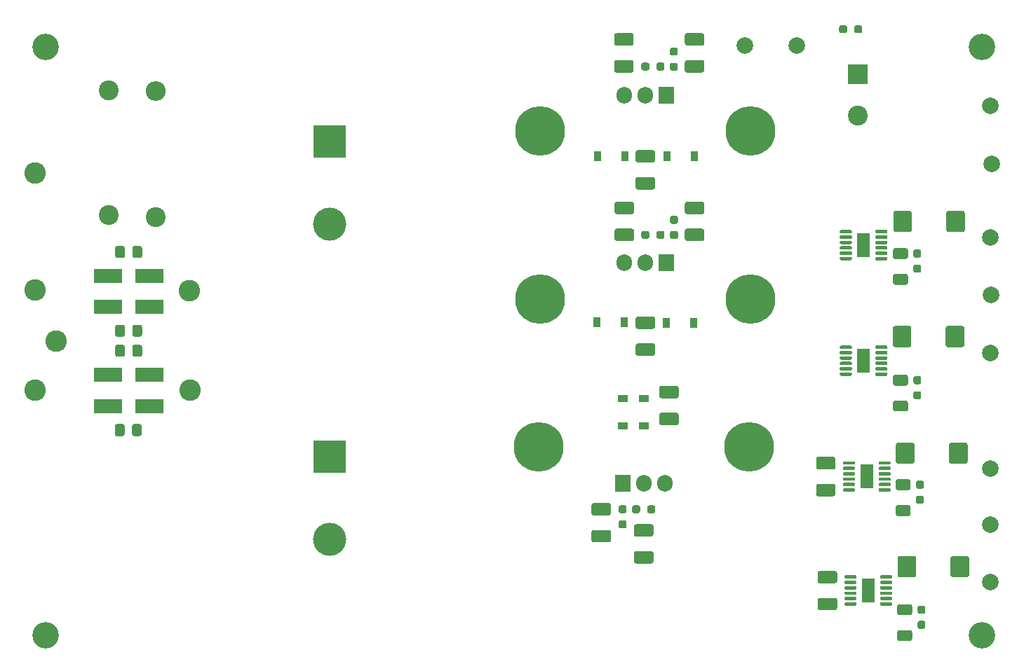
<source format=gbr>
G04 #@! TF.GenerationSoftware,KiCad,Pcbnew,(5.1.10-0-10_14)*
G04 #@! TF.CreationDate,2021-05-14T17:18:27+02:00*
G04 #@! TF.ProjectId,dac-psu,6461632d-7073-4752-9e6b-696361645f70,rev?*
G04 #@! TF.SameCoordinates,Original*
G04 #@! TF.FileFunction,Soldermask,Top*
G04 #@! TF.FilePolarity,Negative*
%FSLAX46Y46*%
G04 Gerber Fmt 4.6, Leading zero omitted, Abs format (unit mm)*
G04 Created by KiCad (PCBNEW (5.1.10-0-10_14)) date 2021-05-14 17:18:27*
%MOMM*%
%LPD*%
G01*
G04 APERTURE LIST*
%ADD10C,2.000000*%
%ADD11C,2.600000*%
%ADD12R,1.200000X0.900000*%
%ADD13R,0.900000X1.200000*%
%ADD14O,2.400000X2.400000*%
%ADD15C,2.400000*%
%ADD16C,4.000000*%
%ADD17R,4.000000X4.000000*%
%ADD18O,1.905000X2.000000*%
%ADD19R,1.905000X2.000000*%
%ADD20R,1.650000X2.850000*%
%ADD21C,6.000000*%
%ADD22C,3.200000*%
%ADD23R,3.500000X1.800000*%
%ADD24R,2.400000X2.400000*%
G04 APERTURE END LIST*
G36*
G01*
X204517000Y-95420000D02*
X204042000Y-95420000D01*
G75*
G02*
X203804500Y-95182500I0J237500D01*
G01*
X203804500Y-94682500D01*
G75*
G02*
X204042000Y-94445000I237500J0D01*
G01*
X204517000Y-94445000D01*
G75*
G02*
X204754500Y-94682500I0J-237500D01*
G01*
X204754500Y-95182500D01*
G75*
G02*
X204517000Y-95420000I-237500J0D01*
G01*
G37*
G36*
G01*
X204517000Y-97245000D02*
X204042000Y-97245000D01*
G75*
G02*
X203804500Y-97007500I0J237500D01*
G01*
X203804500Y-96507500D01*
G75*
G02*
X204042000Y-96270000I237500J0D01*
G01*
X204517000Y-96270000D01*
G75*
G02*
X204754500Y-96507500I0J-237500D01*
G01*
X204754500Y-97007500D01*
G75*
G02*
X204517000Y-97245000I-237500J0D01*
G01*
G37*
G36*
G01*
X204042000Y-80966500D02*
X204517000Y-80966500D01*
G75*
G02*
X204754500Y-81204000I0J-237500D01*
G01*
X204754500Y-81704000D01*
G75*
G02*
X204517000Y-81941500I-237500J0D01*
G01*
X204042000Y-81941500D01*
G75*
G02*
X203804500Y-81704000I0J237500D01*
G01*
X203804500Y-81204000D01*
G75*
G02*
X204042000Y-80966500I237500J0D01*
G01*
G37*
G36*
G01*
X204042000Y-79141500D02*
X204517000Y-79141500D01*
G75*
G02*
X204754500Y-79379000I0J-237500D01*
G01*
X204754500Y-79879000D01*
G75*
G02*
X204517000Y-80116500I-237500J0D01*
G01*
X204042000Y-80116500D01*
G75*
G02*
X203804500Y-79879000I0J237500D01*
G01*
X203804500Y-79379000D01*
G75*
G02*
X204042000Y-79141500I237500J0D01*
G01*
G37*
G36*
G01*
X205025000Y-123169500D02*
X204550000Y-123169500D01*
G75*
G02*
X204312500Y-122932000I0J237500D01*
G01*
X204312500Y-122432000D01*
G75*
G02*
X204550000Y-122194500I237500J0D01*
G01*
X205025000Y-122194500D01*
G75*
G02*
X205262500Y-122432000I0J-237500D01*
G01*
X205262500Y-122932000D01*
G75*
G02*
X205025000Y-123169500I-237500J0D01*
G01*
G37*
G36*
G01*
X205025000Y-124994500D02*
X204550000Y-124994500D01*
G75*
G02*
X204312500Y-124757000I0J237500D01*
G01*
X204312500Y-124257000D01*
G75*
G02*
X204550000Y-124019500I237500J0D01*
G01*
X205025000Y-124019500D01*
G75*
G02*
X205262500Y-124257000I0J-237500D01*
G01*
X205262500Y-124757000D01*
G75*
G02*
X205025000Y-124994500I-237500J0D01*
G01*
G37*
G36*
G01*
X204359500Y-108906500D02*
X204834500Y-108906500D01*
G75*
G02*
X205072000Y-109144000I0J-237500D01*
G01*
X205072000Y-109644000D01*
G75*
G02*
X204834500Y-109881500I-237500J0D01*
G01*
X204359500Y-109881500D01*
G75*
G02*
X204122000Y-109644000I0J237500D01*
G01*
X204122000Y-109144000D01*
G75*
G02*
X204359500Y-108906500I237500J0D01*
G01*
G37*
G36*
G01*
X204359500Y-107081500D02*
X204834500Y-107081500D01*
G75*
G02*
X205072000Y-107319000I0J-237500D01*
G01*
X205072000Y-107819000D01*
G75*
G02*
X204834500Y-108056500I-237500J0D01*
G01*
X204359500Y-108056500D01*
G75*
G02*
X204122000Y-107819000I0J237500D01*
G01*
X204122000Y-107319000D01*
G75*
G02*
X204359500Y-107081500I237500J0D01*
G01*
G37*
D10*
X213233000Y-68770500D03*
X213106000Y-61785500D03*
X183451500Y-54483000D03*
X189738000Y-54483000D03*
X213106000Y-91630500D03*
X213169500Y-84582000D03*
X213106000Y-77660500D03*
X213106000Y-119316500D03*
X213106000Y-112395000D03*
X213106000Y-105600500D03*
D11*
X116459000Y-96139000D03*
X116395500Y-84074000D03*
G36*
G01*
X171673700Y-110778300D02*
X171673700Y-110303300D01*
G75*
G02*
X171911200Y-110065800I237500J0D01*
G01*
X172411200Y-110065800D01*
G75*
G02*
X172648700Y-110303300I0J-237500D01*
G01*
X172648700Y-110778300D01*
G75*
G02*
X172411200Y-111015800I-237500J0D01*
G01*
X171911200Y-111015800D01*
G75*
G02*
X171673700Y-110778300I0J237500D01*
G01*
G37*
G36*
G01*
X169848700Y-110778300D02*
X169848700Y-110303300D01*
G75*
G02*
X170086200Y-110065800I237500J0D01*
G01*
X170586200Y-110065800D01*
G75*
G02*
X170823700Y-110303300I0J-237500D01*
G01*
X170823700Y-110778300D01*
G75*
G02*
X170586200Y-111015800I-237500J0D01*
G01*
X170086200Y-111015800D01*
G75*
G02*
X169848700Y-110778300I0J237500D01*
G01*
G37*
G36*
G01*
X172787500Y-77605900D02*
X172787500Y-77130900D01*
G75*
G02*
X173025000Y-76893400I237500J0D01*
G01*
X173525000Y-76893400D01*
G75*
G02*
X173762500Y-77130900I0J-237500D01*
G01*
X173762500Y-77605900D01*
G75*
G02*
X173525000Y-77843400I-237500J0D01*
G01*
X173025000Y-77843400D01*
G75*
G02*
X172787500Y-77605900I0J237500D01*
G01*
G37*
G36*
G01*
X170962500Y-77605900D02*
X170962500Y-77130900D01*
G75*
G02*
X171200000Y-76893400I237500J0D01*
G01*
X171700000Y-76893400D01*
G75*
G02*
X171937500Y-77130900I0J-237500D01*
G01*
X171937500Y-77605900D01*
G75*
G02*
X171700000Y-77843400I-237500J0D01*
G01*
X171200000Y-77843400D01*
G75*
G02*
X170962500Y-77605900I0J237500D01*
G01*
G37*
G36*
G01*
X168944300Y-111028300D02*
X168469300Y-111028300D01*
G75*
G02*
X168231800Y-110790800I0J237500D01*
G01*
X168231800Y-110290800D01*
G75*
G02*
X168469300Y-110053300I237500J0D01*
G01*
X168944300Y-110053300D01*
G75*
G02*
X169181800Y-110290800I0J-237500D01*
G01*
X169181800Y-110790800D01*
G75*
G02*
X168944300Y-111028300I-237500J0D01*
G01*
G37*
G36*
G01*
X168944300Y-112853300D02*
X168469300Y-112853300D01*
G75*
G02*
X168231800Y-112615800I0J237500D01*
G01*
X168231800Y-112115800D01*
G75*
G02*
X168469300Y-111878300I237500J0D01*
G01*
X168944300Y-111878300D01*
G75*
G02*
X169181800Y-112115800I0J-237500D01*
G01*
X169181800Y-112615800D01*
G75*
G02*
X168944300Y-112853300I-237500J0D01*
G01*
G37*
G36*
G01*
X175141900Y-76045000D02*
X174666900Y-76045000D01*
G75*
G02*
X174429400Y-75807500I0J237500D01*
G01*
X174429400Y-75307500D01*
G75*
G02*
X174666900Y-75070000I237500J0D01*
G01*
X175141900Y-75070000D01*
G75*
G02*
X175379400Y-75307500I0J-237500D01*
G01*
X175379400Y-75807500D01*
G75*
G02*
X175141900Y-76045000I-237500J0D01*
G01*
G37*
G36*
G01*
X175141900Y-77870000D02*
X174666900Y-77870000D01*
G75*
G02*
X174429400Y-77632500I0J237500D01*
G01*
X174429400Y-77132500D01*
G75*
G02*
X174666900Y-76895000I237500J0D01*
G01*
X175141900Y-76895000D01*
G75*
G02*
X175379400Y-77132500I0J-237500D01*
G01*
X175379400Y-77632500D01*
G75*
G02*
X175141900Y-77870000I-237500J0D01*
G01*
G37*
D12*
X168706800Y-97131600D03*
X168706800Y-100431600D03*
D13*
X177290000Y-87985600D03*
X173990000Y-87985600D03*
D12*
X171246800Y-100431600D03*
X171246800Y-97131600D03*
D13*
X168910000Y-87934800D03*
X165610000Y-87934800D03*
X177353500Y-67881500D03*
X174053500Y-67881500D03*
X168973500Y-67881500D03*
X165673500Y-67881500D03*
G36*
G01*
X202897502Y-95595000D02*
X201597498Y-95595000D01*
G75*
G02*
X201347500Y-95345002I0J249998D01*
G01*
X201347500Y-94519998D01*
G75*
G02*
X201597498Y-94270000I249998J0D01*
G01*
X202897502Y-94270000D01*
G75*
G02*
X203147500Y-94519998I0J-249998D01*
G01*
X203147500Y-95345002D01*
G75*
G02*
X202897502Y-95595000I-249998J0D01*
G01*
G37*
G36*
G01*
X202897502Y-98720000D02*
X201597498Y-98720000D01*
G75*
G02*
X201347500Y-98470002I0J249998D01*
G01*
X201347500Y-97644998D01*
G75*
G02*
X201597498Y-97395000I249998J0D01*
G01*
X202897502Y-97395000D01*
G75*
G02*
X203147500Y-97644998I0J-249998D01*
G01*
X203147500Y-98470002D01*
G75*
G02*
X202897502Y-98720000I-249998J0D01*
G01*
G37*
G36*
G01*
X201597498Y-82091500D02*
X202897502Y-82091500D01*
G75*
G02*
X203147500Y-82341498I0J-249998D01*
G01*
X203147500Y-83166502D01*
G75*
G02*
X202897502Y-83416500I-249998J0D01*
G01*
X201597498Y-83416500D01*
G75*
G02*
X201347500Y-83166502I0J249998D01*
G01*
X201347500Y-82341498D01*
G75*
G02*
X201597498Y-82091500I249998J0D01*
G01*
G37*
G36*
G01*
X201597498Y-78966500D02*
X202897502Y-78966500D01*
G75*
G02*
X203147500Y-79216498I0J-249998D01*
G01*
X203147500Y-80041502D01*
G75*
G02*
X202897502Y-80291500I-249998J0D01*
G01*
X201597498Y-80291500D01*
G75*
G02*
X201347500Y-80041502I0J249998D01*
G01*
X201347500Y-79216498D01*
G75*
G02*
X201597498Y-78966500I249998J0D01*
G01*
G37*
G36*
G01*
X203405502Y-123344500D02*
X202105498Y-123344500D01*
G75*
G02*
X201855500Y-123094502I0J249998D01*
G01*
X201855500Y-122269498D01*
G75*
G02*
X202105498Y-122019500I249998J0D01*
G01*
X203405502Y-122019500D01*
G75*
G02*
X203655500Y-122269498I0J-249998D01*
G01*
X203655500Y-123094502D01*
G75*
G02*
X203405502Y-123344500I-249998J0D01*
G01*
G37*
G36*
G01*
X203405502Y-126469500D02*
X202105498Y-126469500D01*
G75*
G02*
X201855500Y-126219502I0J249998D01*
G01*
X201855500Y-125394498D01*
G75*
G02*
X202105498Y-125144500I249998J0D01*
G01*
X203405502Y-125144500D01*
G75*
G02*
X203655500Y-125394498I0J-249998D01*
G01*
X203655500Y-126219502D01*
G75*
G02*
X203405502Y-126469500I-249998J0D01*
G01*
G37*
G36*
G01*
X201914998Y-110031500D02*
X203215002Y-110031500D01*
G75*
G02*
X203465000Y-110281498I0J-249998D01*
G01*
X203465000Y-111106502D01*
G75*
G02*
X203215002Y-111356500I-249998J0D01*
G01*
X201914998Y-111356500D01*
G75*
G02*
X201665000Y-111106502I0J249998D01*
G01*
X201665000Y-110281498D01*
G75*
G02*
X201914998Y-110031500I249998J0D01*
G01*
G37*
G36*
G01*
X201914998Y-106906500D02*
X203215002Y-106906500D01*
G75*
G02*
X203465000Y-107156498I0J-249998D01*
G01*
X203465000Y-107981502D01*
G75*
G02*
X203215002Y-108231500I-249998J0D01*
G01*
X201914998Y-108231500D01*
G75*
G02*
X201665000Y-107981502I0J249998D01*
G01*
X201665000Y-107156498D01*
G75*
G02*
X201914998Y-106906500I249998J0D01*
G01*
G37*
D14*
X112331500Y-59944000D03*
D15*
X112331500Y-75184000D03*
D11*
X97790000Y-69850000D03*
D15*
X106680000Y-59930000D03*
X106680000Y-74930000D03*
G36*
G01*
X196663500Y-52752000D02*
X196663500Y-52277000D01*
G75*
G02*
X196901000Y-52039500I237500J0D01*
G01*
X197401000Y-52039500D01*
G75*
G02*
X197638500Y-52277000I0J-237500D01*
G01*
X197638500Y-52752000D01*
G75*
G02*
X197401000Y-52989500I-237500J0D01*
G01*
X196901000Y-52989500D01*
G75*
G02*
X196663500Y-52752000I0J237500D01*
G01*
G37*
G36*
G01*
X194838500Y-52752000D02*
X194838500Y-52277000D01*
G75*
G02*
X195076000Y-52039500I237500J0D01*
G01*
X195576000Y-52039500D01*
G75*
G02*
X195813500Y-52277000I0J-237500D01*
G01*
X195813500Y-52752000D01*
G75*
G02*
X195576000Y-52989500I-237500J0D01*
G01*
X195076000Y-52989500D01*
G75*
G02*
X194838500Y-52752000I0J237500D01*
G01*
G37*
G36*
G01*
X172787500Y-57260500D02*
X172787500Y-56785500D01*
G75*
G02*
X173025000Y-56548000I237500J0D01*
G01*
X173525000Y-56548000D01*
G75*
G02*
X173762500Y-56785500I0J-237500D01*
G01*
X173762500Y-57260500D01*
G75*
G02*
X173525000Y-57498000I-237500J0D01*
G01*
X173025000Y-57498000D01*
G75*
G02*
X172787500Y-57260500I0J237500D01*
G01*
G37*
G36*
G01*
X170962500Y-57260500D02*
X170962500Y-56785500D01*
G75*
G02*
X171200000Y-56548000I237500J0D01*
G01*
X171700000Y-56548000D01*
G75*
G02*
X171937500Y-56785500I0J-237500D01*
G01*
X171937500Y-57260500D01*
G75*
G02*
X171700000Y-57498000I-237500J0D01*
G01*
X171200000Y-57498000D01*
G75*
G02*
X170962500Y-57260500I0J237500D01*
G01*
G37*
G36*
G01*
X175116500Y-55709000D02*
X174641500Y-55709000D01*
G75*
G02*
X174404000Y-55471500I0J237500D01*
G01*
X174404000Y-54971500D01*
G75*
G02*
X174641500Y-54734000I237500J0D01*
G01*
X175116500Y-54734000D01*
G75*
G02*
X175354000Y-54971500I0J-237500D01*
G01*
X175354000Y-55471500D01*
G75*
G02*
X175116500Y-55709000I-237500J0D01*
G01*
G37*
G36*
G01*
X175116500Y-57534000D02*
X174641500Y-57534000D01*
G75*
G02*
X174404000Y-57296500I0J237500D01*
G01*
X174404000Y-56796500D01*
G75*
G02*
X174641500Y-56559000I237500J0D01*
G01*
X175116500Y-56559000D01*
G75*
G02*
X175354000Y-56796500I0J-237500D01*
G01*
X175354000Y-57296500D01*
G75*
G02*
X175116500Y-57534000I-237500J0D01*
G01*
G37*
G36*
G01*
X170525000Y-70381500D02*
X172375000Y-70381500D01*
G75*
G02*
X172625000Y-70631500I0J-250000D01*
G01*
X172625000Y-71631500D01*
G75*
G02*
X172375000Y-71881500I-250000J0D01*
G01*
X170525000Y-71881500D01*
G75*
G02*
X170275000Y-71631500I0J250000D01*
G01*
X170275000Y-70631500D01*
G75*
G02*
X170525000Y-70381500I250000J0D01*
G01*
G37*
G36*
G01*
X170525000Y-67131500D02*
X172375000Y-67131500D01*
G75*
G02*
X172625000Y-67381500I0J-250000D01*
G01*
X172625000Y-68381500D01*
G75*
G02*
X172375000Y-68631500I-250000J0D01*
G01*
X170525000Y-68631500D01*
G75*
G02*
X170275000Y-68381500I0J250000D01*
G01*
X170275000Y-67381500D01*
G75*
G02*
X170525000Y-67131500I250000J0D01*
G01*
G37*
D16*
X133350000Y-114140000D03*
D17*
X133350000Y-104140000D03*
D16*
X133350000Y-76040000D03*
D17*
X133350000Y-66040000D03*
D18*
X173799500Y-107378500D03*
X171259500Y-107378500D03*
D19*
X168719500Y-107378500D03*
D18*
X168910000Y-80708500D03*
X171450000Y-80708500D03*
D19*
X173990000Y-80708500D03*
D20*
X197802500Y-92583000D03*
G36*
G01*
X199227500Y-91058000D02*
X199227500Y-90858000D01*
G75*
G02*
X199327500Y-90758000I100000J0D01*
G01*
X200577500Y-90758000D01*
G75*
G02*
X200677500Y-90858000I0J-100000D01*
G01*
X200677500Y-91058000D01*
G75*
G02*
X200577500Y-91158000I-100000J0D01*
G01*
X199327500Y-91158000D01*
G75*
G02*
X199227500Y-91058000I0J100000D01*
G01*
G37*
G36*
G01*
X199227500Y-91708000D02*
X199227500Y-91508000D01*
G75*
G02*
X199327500Y-91408000I100000J0D01*
G01*
X200577500Y-91408000D01*
G75*
G02*
X200677500Y-91508000I0J-100000D01*
G01*
X200677500Y-91708000D01*
G75*
G02*
X200577500Y-91808000I-100000J0D01*
G01*
X199327500Y-91808000D01*
G75*
G02*
X199227500Y-91708000I0J100000D01*
G01*
G37*
G36*
G01*
X199227500Y-92358000D02*
X199227500Y-92158000D01*
G75*
G02*
X199327500Y-92058000I100000J0D01*
G01*
X200577500Y-92058000D01*
G75*
G02*
X200677500Y-92158000I0J-100000D01*
G01*
X200677500Y-92358000D01*
G75*
G02*
X200577500Y-92458000I-100000J0D01*
G01*
X199327500Y-92458000D01*
G75*
G02*
X199227500Y-92358000I0J100000D01*
G01*
G37*
G36*
G01*
X199227500Y-93008000D02*
X199227500Y-92808000D01*
G75*
G02*
X199327500Y-92708000I100000J0D01*
G01*
X200577500Y-92708000D01*
G75*
G02*
X200677500Y-92808000I0J-100000D01*
G01*
X200677500Y-93008000D01*
G75*
G02*
X200577500Y-93108000I-100000J0D01*
G01*
X199327500Y-93108000D01*
G75*
G02*
X199227500Y-93008000I0J100000D01*
G01*
G37*
G36*
G01*
X199227500Y-93658000D02*
X199227500Y-93458000D01*
G75*
G02*
X199327500Y-93358000I100000J0D01*
G01*
X200577500Y-93358000D01*
G75*
G02*
X200677500Y-93458000I0J-100000D01*
G01*
X200677500Y-93658000D01*
G75*
G02*
X200577500Y-93758000I-100000J0D01*
G01*
X199327500Y-93758000D01*
G75*
G02*
X199227500Y-93658000I0J100000D01*
G01*
G37*
G36*
G01*
X199227500Y-94308000D02*
X199227500Y-94108000D01*
G75*
G02*
X199327500Y-94008000I100000J0D01*
G01*
X200577500Y-94008000D01*
G75*
G02*
X200677500Y-94108000I0J-100000D01*
G01*
X200677500Y-94308000D01*
G75*
G02*
X200577500Y-94408000I-100000J0D01*
G01*
X199327500Y-94408000D01*
G75*
G02*
X199227500Y-94308000I0J100000D01*
G01*
G37*
G36*
G01*
X194927500Y-94308000D02*
X194927500Y-94108000D01*
G75*
G02*
X195027500Y-94008000I100000J0D01*
G01*
X196277500Y-94008000D01*
G75*
G02*
X196377500Y-94108000I0J-100000D01*
G01*
X196377500Y-94308000D01*
G75*
G02*
X196277500Y-94408000I-100000J0D01*
G01*
X195027500Y-94408000D01*
G75*
G02*
X194927500Y-94308000I0J100000D01*
G01*
G37*
G36*
G01*
X194927500Y-93658000D02*
X194927500Y-93458000D01*
G75*
G02*
X195027500Y-93358000I100000J0D01*
G01*
X196277500Y-93358000D01*
G75*
G02*
X196377500Y-93458000I0J-100000D01*
G01*
X196377500Y-93658000D01*
G75*
G02*
X196277500Y-93758000I-100000J0D01*
G01*
X195027500Y-93758000D01*
G75*
G02*
X194927500Y-93658000I0J100000D01*
G01*
G37*
G36*
G01*
X194927500Y-93008000D02*
X194927500Y-92808000D01*
G75*
G02*
X195027500Y-92708000I100000J0D01*
G01*
X196277500Y-92708000D01*
G75*
G02*
X196377500Y-92808000I0J-100000D01*
G01*
X196377500Y-93008000D01*
G75*
G02*
X196277500Y-93108000I-100000J0D01*
G01*
X195027500Y-93108000D01*
G75*
G02*
X194927500Y-93008000I0J100000D01*
G01*
G37*
G36*
G01*
X194927500Y-92358000D02*
X194927500Y-92158000D01*
G75*
G02*
X195027500Y-92058000I100000J0D01*
G01*
X196277500Y-92058000D01*
G75*
G02*
X196377500Y-92158000I0J-100000D01*
G01*
X196377500Y-92358000D01*
G75*
G02*
X196277500Y-92458000I-100000J0D01*
G01*
X195027500Y-92458000D01*
G75*
G02*
X194927500Y-92358000I0J100000D01*
G01*
G37*
G36*
G01*
X194927500Y-91708000D02*
X194927500Y-91508000D01*
G75*
G02*
X195027500Y-91408000I100000J0D01*
G01*
X196277500Y-91408000D01*
G75*
G02*
X196377500Y-91508000I0J-100000D01*
G01*
X196377500Y-91708000D01*
G75*
G02*
X196277500Y-91808000I-100000J0D01*
G01*
X195027500Y-91808000D01*
G75*
G02*
X194927500Y-91708000I0J100000D01*
G01*
G37*
G36*
G01*
X194927500Y-91058000D02*
X194927500Y-90858000D01*
G75*
G02*
X195027500Y-90758000I100000J0D01*
G01*
X196277500Y-90758000D01*
G75*
G02*
X196377500Y-90858000I0J-100000D01*
G01*
X196377500Y-91058000D01*
G75*
G02*
X196277500Y-91158000I-100000J0D01*
G01*
X195027500Y-91158000D01*
G75*
G02*
X194927500Y-91058000I0J100000D01*
G01*
G37*
X197802500Y-78613000D03*
G36*
G01*
X199227500Y-77088000D02*
X199227500Y-76888000D01*
G75*
G02*
X199327500Y-76788000I100000J0D01*
G01*
X200577500Y-76788000D01*
G75*
G02*
X200677500Y-76888000I0J-100000D01*
G01*
X200677500Y-77088000D01*
G75*
G02*
X200577500Y-77188000I-100000J0D01*
G01*
X199327500Y-77188000D01*
G75*
G02*
X199227500Y-77088000I0J100000D01*
G01*
G37*
G36*
G01*
X199227500Y-77738000D02*
X199227500Y-77538000D01*
G75*
G02*
X199327500Y-77438000I100000J0D01*
G01*
X200577500Y-77438000D01*
G75*
G02*
X200677500Y-77538000I0J-100000D01*
G01*
X200677500Y-77738000D01*
G75*
G02*
X200577500Y-77838000I-100000J0D01*
G01*
X199327500Y-77838000D01*
G75*
G02*
X199227500Y-77738000I0J100000D01*
G01*
G37*
G36*
G01*
X199227500Y-78388000D02*
X199227500Y-78188000D01*
G75*
G02*
X199327500Y-78088000I100000J0D01*
G01*
X200577500Y-78088000D01*
G75*
G02*
X200677500Y-78188000I0J-100000D01*
G01*
X200677500Y-78388000D01*
G75*
G02*
X200577500Y-78488000I-100000J0D01*
G01*
X199327500Y-78488000D01*
G75*
G02*
X199227500Y-78388000I0J100000D01*
G01*
G37*
G36*
G01*
X199227500Y-79038000D02*
X199227500Y-78838000D01*
G75*
G02*
X199327500Y-78738000I100000J0D01*
G01*
X200577500Y-78738000D01*
G75*
G02*
X200677500Y-78838000I0J-100000D01*
G01*
X200677500Y-79038000D01*
G75*
G02*
X200577500Y-79138000I-100000J0D01*
G01*
X199327500Y-79138000D01*
G75*
G02*
X199227500Y-79038000I0J100000D01*
G01*
G37*
G36*
G01*
X199227500Y-79688000D02*
X199227500Y-79488000D01*
G75*
G02*
X199327500Y-79388000I100000J0D01*
G01*
X200577500Y-79388000D01*
G75*
G02*
X200677500Y-79488000I0J-100000D01*
G01*
X200677500Y-79688000D01*
G75*
G02*
X200577500Y-79788000I-100000J0D01*
G01*
X199327500Y-79788000D01*
G75*
G02*
X199227500Y-79688000I0J100000D01*
G01*
G37*
G36*
G01*
X199227500Y-80338000D02*
X199227500Y-80138000D01*
G75*
G02*
X199327500Y-80038000I100000J0D01*
G01*
X200577500Y-80038000D01*
G75*
G02*
X200677500Y-80138000I0J-100000D01*
G01*
X200677500Y-80338000D01*
G75*
G02*
X200577500Y-80438000I-100000J0D01*
G01*
X199327500Y-80438000D01*
G75*
G02*
X199227500Y-80338000I0J100000D01*
G01*
G37*
G36*
G01*
X194927500Y-80338000D02*
X194927500Y-80138000D01*
G75*
G02*
X195027500Y-80038000I100000J0D01*
G01*
X196277500Y-80038000D01*
G75*
G02*
X196377500Y-80138000I0J-100000D01*
G01*
X196377500Y-80338000D01*
G75*
G02*
X196277500Y-80438000I-100000J0D01*
G01*
X195027500Y-80438000D01*
G75*
G02*
X194927500Y-80338000I0J100000D01*
G01*
G37*
G36*
G01*
X194927500Y-79688000D02*
X194927500Y-79488000D01*
G75*
G02*
X195027500Y-79388000I100000J0D01*
G01*
X196277500Y-79388000D01*
G75*
G02*
X196377500Y-79488000I0J-100000D01*
G01*
X196377500Y-79688000D01*
G75*
G02*
X196277500Y-79788000I-100000J0D01*
G01*
X195027500Y-79788000D01*
G75*
G02*
X194927500Y-79688000I0J100000D01*
G01*
G37*
G36*
G01*
X194927500Y-79038000D02*
X194927500Y-78838000D01*
G75*
G02*
X195027500Y-78738000I100000J0D01*
G01*
X196277500Y-78738000D01*
G75*
G02*
X196377500Y-78838000I0J-100000D01*
G01*
X196377500Y-79038000D01*
G75*
G02*
X196277500Y-79138000I-100000J0D01*
G01*
X195027500Y-79138000D01*
G75*
G02*
X194927500Y-79038000I0J100000D01*
G01*
G37*
G36*
G01*
X194927500Y-78388000D02*
X194927500Y-78188000D01*
G75*
G02*
X195027500Y-78088000I100000J0D01*
G01*
X196277500Y-78088000D01*
G75*
G02*
X196377500Y-78188000I0J-100000D01*
G01*
X196377500Y-78388000D01*
G75*
G02*
X196277500Y-78488000I-100000J0D01*
G01*
X195027500Y-78488000D01*
G75*
G02*
X194927500Y-78388000I0J100000D01*
G01*
G37*
G36*
G01*
X194927500Y-77738000D02*
X194927500Y-77538000D01*
G75*
G02*
X195027500Y-77438000I100000J0D01*
G01*
X196277500Y-77438000D01*
G75*
G02*
X196377500Y-77538000I0J-100000D01*
G01*
X196377500Y-77738000D01*
G75*
G02*
X196277500Y-77838000I-100000J0D01*
G01*
X195027500Y-77838000D01*
G75*
G02*
X194927500Y-77738000I0J100000D01*
G01*
G37*
G36*
G01*
X194927500Y-77088000D02*
X194927500Y-76888000D01*
G75*
G02*
X195027500Y-76788000I100000J0D01*
G01*
X196277500Y-76788000D01*
G75*
G02*
X196377500Y-76888000I0J-100000D01*
G01*
X196377500Y-77088000D01*
G75*
G02*
X196277500Y-77188000I-100000J0D01*
G01*
X195027500Y-77188000D01*
G75*
G02*
X194927500Y-77088000I0J100000D01*
G01*
G37*
X198365000Y-120355000D03*
G36*
G01*
X199790000Y-118830000D02*
X199790000Y-118630000D01*
G75*
G02*
X199890000Y-118530000I100000J0D01*
G01*
X201140000Y-118530000D01*
G75*
G02*
X201240000Y-118630000I0J-100000D01*
G01*
X201240000Y-118830000D01*
G75*
G02*
X201140000Y-118930000I-100000J0D01*
G01*
X199890000Y-118930000D01*
G75*
G02*
X199790000Y-118830000I0J100000D01*
G01*
G37*
G36*
G01*
X199790000Y-119480000D02*
X199790000Y-119280000D01*
G75*
G02*
X199890000Y-119180000I100000J0D01*
G01*
X201140000Y-119180000D01*
G75*
G02*
X201240000Y-119280000I0J-100000D01*
G01*
X201240000Y-119480000D01*
G75*
G02*
X201140000Y-119580000I-100000J0D01*
G01*
X199890000Y-119580000D01*
G75*
G02*
X199790000Y-119480000I0J100000D01*
G01*
G37*
G36*
G01*
X199790000Y-120130000D02*
X199790000Y-119930000D01*
G75*
G02*
X199890000Y-119830000I100000J0D01*
G01*
X201140000Y-119830000D01*
G75*
G02*
X201240000Y-119930000I0J-100000D01*
G01*
X201240000Y-120130000D01*
G75*
G02*
X201140000Y-120230000I-100000J0D01*
G01*
X199890000Y-120230000D01*
G75*
G02*
X199790000Y-120130000I0J100000D01*
G01*
G37*
G36*
G01*
X199790000Y-120780000D02*
X199790000Y-120580000D01*
G75*
G02*
X199890000Y-120480000I100000J0D01*
G01*
X201140000Y-120480000D01*
G75*
G02*
X201240000Y-120580000I0J-100000D01*
G01*
X201240000Y-120780000D01*
G75*
G02*
X201140000Y-120880000I-100000J0D01*
G01*
X199890000Y-120880000D01*
G75*
G02*
X199790000Y-120780000I0J100000D01*
G01*
G37*
G36*
G01*
X199790000Y-121430000D02*
X199790000Y-121230000D01*
G75*
G02*
X199890000Y-121130000I100000J0D01*
G01*
X201140000Y-121130000D01*
G75*
G02*
X201240000Y-121230000I0J-100000D01*
G01*
X201240000Y-121430000D01*
G75*
G02*
X201140000Y-121530000I-100000J0D01*
G01*
X199890000Y-121530000D01*
G75*
G02*
X199790000Y-121430000I0J100000D01*
G01*
G37*
G36*
G01*
X199790000Y-122080000D02*
X199790000Y-121880000D01*
G75*
G02*
X199890000Y-121780000I100000J0D01*
G01*
X201140000Y-121780000D01*
G75*
G02*
X201240000Y-121880000I0J-100000D01*
G01*
X201240000Y-122080000D01*
G75*
G02*
X201140000Y-122180000I-100000J0D01*
G01*
X199890000Y-122180000D01*
G75*
G02*
X199790000Y-122080000I0J100000D01*
G01*
G37*
G36*
G01*
X195490000Y-122080000D02*
X195490000Y-121880000D01*
G75*
G02*
X195590000Y-121780000I100000J0D01*
G01*
X196840000Y-121780000D01*
G75*
G02*
X196940000Y-121880000I0J-100000D01*
G01*
X196940000Y-122080000D01*
G75*
G02*
X196840000Y-122180000I-100000J0D01*
G01*
X195590000Y-122180000D01*
G75*
G02*
X195490000Y-122080000I0J100000D01*
G01*
G37*
G36*
G01*
X195490000Y-121430000D02*
X195490000Y-121230000D01*
G75*
G02*
X195590000Y-121130000I100000J0D01*
G01*
X196840000Y-121130000D01*
G75*
G02*
X196940000Y-121230000I0J-100000D01*
G01*
X196940000Y-121430000D01*
G75*
G02*
X196840000Y-121530000I-100000J0D01*
G01*
X195590000Y-121530000D01*
G75*
G02*
X195490000Y-121430000I0J100000D01*
G01*
G37*
G36*
G01*
X195490000Y-120780000D02*
X195490000Y-120580000D01*
G75*
G02*
X195590000Y-120480000I100000J0D01*
G01*
X196840000Y-120480000D01*
G75*
G02*
X196940000Y-120580000I0J-100000D01*
G01*
X196940000Y-120780000D01*
G75*
G02*
X196840000Y-120880000I-100000J0D01*
G01*
X195590000Y-120880000D01*
G75*
G02*
X195490000Y-120780000I0J100000D01*
G01*
G37*
G36*
G01*
X195490000Y-120130000D02*
X195490000Y-119930000D01*
G75*
G02*
X195590000Y-119830000I100000J0D01*
G01*
X196840000Y-119830000D01*
G75*
G02*
X196940000Y-119930000I0J-100000D01*
G01*
X196940000Y-120130000D01*
G75*
G02*
X196840000Y-120230000I-100000J0D01*
G01*
X195590000Y-120230000D01*
G75*
G02*
X195490000Y-120130000I0J100000D01*
G01*
G37*
G36*
G01*
X195490000Y-119480000D02*
X195490000Y-119280000D01*
G75*
G02*
X195590000Y-119180000I100000J0D01*
G01*
X196840000Y-119180000D01*
G75*
G02*
X196940000Y-119280000I0J-100000D01*
G01*
X196940000Y-119480000D01*
G75*
G02*
X196840000Y-119580000I-100000J0D01*
G01*
X195590000Y-119580000D01*
G75*
G02*
X195490000Y-119480000I0J100000D01*
G01*
G37*
G36*
G01*
X195490000Y-118830000D02*
X195490000Y-118630000D01*
G75*
G02*
X195590000Y-118530000I100000J0D01*
G01*
X196840000Y-118530000D01*
G75*
G02*
X196940000Y-118630000I0J-100000D01*
G01*
X196940000Y-118830000D01*
G75*
G02*
X196840000Y-118930000I-100000J0D01*
G01*
X195590000Y-118930000D01*
G75*
G02*
X195490000Y-118830000I0J100000D01*
G01*
G37*
X198174500Y-106575500D03*
G36*
G01*
X199599500Y-105050500D02*
X199599500Y-104850500D01*
G75*
G02*
X199699500Y-104750500I100000J0D01*
G01*
X200949500Y-104750500D01*
G75*
G02*
X201049500Y-104850500I0J-100000D01*
G01*
X201049500Y-105050500D01*
G75*
G02*
X200949500Y-105150500I-100000J0D01*
G01*
X199699500Y-105150500D01*
G75*
G02*
X199599500Y-105050500I0J100000D01*
G01*
G37*
G36*
G01*
X199599500Y-105700500D02*
X199599500Y-105500500D01*
G75*
G02*
X199699500Y-105400500I100000J0D01*
G01*
X200949500Y-105400500D01*
G75*
G02*
X201049500Y-105500500I0J-100000D01*
G01*
X201049500Y-105700500D01*
G75*
G02*
X200949500Y-105800500I-100000J0D01*
G01*
X199699500Y-105800500D01*
G75*
G02*
X199599500Y-105700500I0J100000D01*
G01*
G37*
G36*
G01*
X199599500Y-106350500D02*
X199599500Y-106150500D01*
G75*
G02*
X199699500Y-106050500I100000J0D01*
G01*
X200949500Y-106050500D01*
G75*
G02*
X201049500Y-106150500I0J-100000D01*
G01*
X201049500Y-106350500D01*
G75*
G02*
X200949500Y-106450500I-100000J0D01*
G01*
X199699500Y-106450500D01*
G75*
G02*
X199599500Y-106350500I0J100000D01*
G01*
G37*
G36*
G01*
X199599500Y-107000500D02*
X199599500Y-106800500D01*
G75*
G02*
X199699500Y-106700500I100000J0D01*
G01*
X200949500Y-106700500D01*
G75*
G02*
X201049500Y-106800500I0J-100000D01*
G01*
X201049500Y-107000500D01*
G75*
G02*
X200949500Y-107100500I-100000J0D01*
G01*
X199699500Y-107100500D01*
G75*
G02*
X199599500Y-107000500I0J100000D01*
G01*
G37*
G36*
G01*
X199599500Y-107650500D02*
X199599500Y-107450500D01*
G75*
G02*
X199699500Y-107350500I100000J0D01*
G01*
X200949500Y-107350500D01*
G75*
G02*
X201049500Y-107450500I0J-100000D01*
G01*
X201049500Y-107650500D01*
G75*
G02*
X200949500Y-107750500I-100000J0D01*
G01*
X199699500Y-107750500D01*
G75*
G02*
X199599500Y-107650500I0J100000D01*
G01*
G37*
G36*
G01*
X199599500Y-108300500D02*
X199599500Y-108100500D01*
G75*
G02*
X199699500Y-108000500I100000J0D01*
G01*
X200949500Y-108000500D01*
G75*
G02*
X201049500Y-108100500I0J-100000D01*
G01*
X201049500Y-108300500D01*
G75*
G02*
X200949500Y-108400500I-100000J0D01*
G01*
X199699500Y-108400500D01*
G75*
G02*
X199599500Y-108300500I0J100000D01*
G01*
G37*
G36*
G01*
X195299500Y-108300500D02*
X195299500Y-108100500D01*
G75*
G02*
X195399500Y-108000500I100000J0D01*
G01*
X196649500Y-108000500D01*
G75*
G02*
X196749500Y-108100500I0J-100000D01*
G01*
X196749500Y-108300500D01*
G75*
G02*
X196649500Y-108400500I-100000J0D01*
G01*
X195399500Y-108400500D01*
G75*
G02*
X195299500Y-108300500I0J100000D01*
G01*
G37*
G36*
G01*
X195299500Y-107650500D02*
X195299500Y-107450500D01*
G75*
G02*
X195399500Y-107350500I100000J0D01*
G01*
X196649500Y-107350500D01*
G75*
G02*
X196749500Y-107450500I0J-100000D01*
G01*
X196749500Y-107650500D01*
G75*
G02*
X196649500Y-107750500I-100000J0D01*
G01*
X195399500Y-107750500D01*
G75*
G02*
X195299500Y-107650500I0J100000D01*
G01*
G37*
G36*
G01*
X195299500Y-107000500D02*
X195299500Y-106800500D01*
G75*
G02*
X195399500Y-106700500I100000J0D01*
G01*
X196649500Y-106700500D01*
G75*
G02*
X196749500Y-106800500I0J-100000D01*
G01*
X196749500Y-107000500D01*
G75*
G02*
X196649500Y-107100500I-100000J0D01*
G01*
X195399500Y-107100500D01*
G75*
G02*
X195299500Y-107000500I0J100000D01*
G01*
G37*
G36*
G01*
X195299500Y-106350500D02*
X195299500Y-106150500D01*
G75*
G02*
X195399500Y-106050500I100000J0D01*
G01*
X196649500Y-106050500D01*
G75*
G02*
X196749500Y-106150500I0J-100000D01*
G01*
X196749500Y-106350500D01*
G75*
G02*
X196649500Y-106450500I-100000J0D01*
G01*
X195399500Y-106450500D01*
G75*
G02*
X195299500Y-106350500I0J100000D01*
G01*
G37*
G36*
G01*
X195299500Y-105700500D02*
X195299500Y-105500500D01*
G75*
G02*
X195399500Y-105400500I100000J0D01*
G01*
X196649500Y-105400500D01*
G75*
G02*
X196749500Y-105500500I0J-100000D01*
G01*
X196749500Y-105700500D01*
G75*
G02*
X196649500Y-105800500I-100000J0D01*
G01*
X195399500Y-105800500D01*
G75*
G02*
X195299500Y-105700500I0J100000D01*
G01*
G37*
G36*
G01*
X195299500Y-105050500D02*
X195299500Y-104850500D01*
G75*
G02*
X195399500Y-104750500I100000J0D01*
G01*
X196649500Y-104750500D01*
G75*
G02*
X196749500Y-104850500I0J-100000D01*
G01*
X196749500Y-105050500D01*
G75*
G02*
X196649500Y-105150500I-100000J0D01*
G01*
X195399500Y-105150500D01*
G75*
G02*
X195299500Y-105050500I0J100000D01*
G01*
G37*
D18*
X168910000Y-60452000D03*
X171450000Y-60452000D03*
D19*
X173990000Y-60452000D03*
D11*
X97790000Y-96139000D03*
X100330000Y-90170000D03*
X97790000Y-84010500D03*
D21*
X158559500Y-102997000D03*
X183959500Y-102997000D03*
X158750000Y-85090000D03*
X184150000Y-85090000D03*
X184150000Y-64770000D03*
X158750000Y-64770000D03*
D22*
X99060000Y-125730000D03*
X212090000Y-125730000D03*
X212090000Y-54610000D03*
X99060000Y-54610000D03*
D23*
X106569500Y-82296000D03*
X111569500Y-82296000D03*
X106569500Y-86042500D03*
X111569500Y-86042500D03*
X111569500Y-94234000D03*
X106569500Y-94234000D03*
X111569500Y-98044000D03*
X106569500Y-98044000D03*
G36*
G01*
X173369800Y-98868800D02*
X175219800Y-98868800D01*
G75*
G02*
X175469800Y-99118800I0J-250000D01*
G01*
X175469800Y-100118800D01*
G75*
G02*
X175219800Y-100368800I-250000J0D01*
G01*
X173369800Y-100368800D01*
G75*
G02*
X173119800Y-100118800I0J250000D01*
G01*
X173119800Y-99118800D01*
G75*
G02*
X173369800Y-98868800I250000J0D01*
G01*
G37*
G36*
G01*
X173369800Y-95618800D02*
X175219800Y-95618800D01*
G75*
G02*
X175469800Y-95868800I0J-250000D01*
G01*
X175469800Y-96868800D01*
G75*
G02*
X175219800Y-97118800I-250000J0D01*
G01*
X173369800Y-97118800D01*
G75*
G02*
X173119800Y-96868800I0J250000D01*
G01*
X173119800Y-95868800D01*
G75*
G02*
X173369800Y-95618800I250000J0D01*
G01*
G37*
G36*
G01*
X170525000Y-90485600D02*
X172375000Y-90485600D01*
G75*
G02*
X172625000Y-90735600I0J-250000D01*
G01*
X172625000Y-91735600D01*
G75*
G02*
X172375000Y-91985600I-250000J0D01*
G01*
X170525000Y-91985600D01*
G75*
G02*
X170275000Y-91735600I0J250000D01*
G01*
X170275000Y-90735600D01*
G75*
G02*
X170525000Y-90485600I250000J0D01*
G01*
G37*
G36*
G01*
X170525000Y-87235600D02*
X172375000Y-87235600D01*
G75*
G02*
X172625000Y-87485600I0J-250000D01*
G01*
X172625000Y-88485600D01*
G75*
G02*
X172375000Y-88735600I-250000J0D01*
G01*
X170525000Y-88735600D01*
G75*
G02*
X170275000Y-88485600I0J250000D01*
G01*
X170275000Y-87485600D01*
G75*
G02*
X170525000Y-87235600I250000J0D01*
G01*
G37*
G36*
G01*
X167041000Y-111290800D02*
X165191000Y-111290800D01*
G75*
G02*
X164941000Y-111040800I0J250000D01*
G01*
X164941000Y-110040800D01*
G75*
G02*
X165191000Y-109790800I250000J0D01*
G01*
X167041000Y-109790800D01*
G75*
G02*
X167291000Y-110040800I0J-250000D01*
G01*
X167291000Y-111040800D01*
G75*
G02*
X167041000Y-111290800I-250000J0D01*
G01*
G37*
G36*
G01*
X167041000Y-114540800D02*
X165191000Y-114540800D01*
G75*
G02*
X164941000Y-114290800I0J250000D01*
G01*
X164941000Y-113290800D01*
G75*
G02*
X165191000Y-113040800I250000J0D01*
G01*
X167041000Y-113040800D01*
G75*
G02*
X167291000Y-113290800I0J-250000D01*
G01*
X167291000Y-114290800D01*
G75*
G02*
X167041000Y-114540800I-250000J0D01*
G01*
G37*
G36*
G01*
X178318600Y-74868400D02*
X176468600Y-74868400D01*
G75*
G02*
X176218600Y-74618400I0J250000D01*
G01*
X176218600Y-73618400D01*
G75*
G02*
X176468600Y-73368400I250000J0D01*
G01*
X178318600Y-73368400D01*
G75*
G02*
X178568600Y-73618400I0J-250000D01*
G01*
X178568600Y-74618400D01*
G75*
G02*
X178318600Y-74868400I-250000J0D01*
G01*
G37*
G36*
G01*
X178318600Y-78118400D02*
X176468600Y-78118400D01*
G75*
G02*
X176218600Y-77868400I0J250000D01*
G01*
X176218600Y-76868400D01*
G75*
G02*
X176468600Y-76618400I250000J0D01*
G01*
X178318600Y-76618400D01*
G75*
G02*
X178568600Y-76868400I0J-250000D01*
G01*
X178568600Y-77868400D01*
G75*
G02*
X178318600Y-78118400I-250000J0D01*
G01*
G37*
G36*
G01*
X172171800Y-113843500D02*
X170321800Y-113843500D01*
G75*
G02*
X170071800Y-113593500I0J250000D01*
G01*
X170071800Y-112593500D01*
G75*
G02*
X170321800Y-112343500I250000J0D01*
G01*
X172171800Y-112343500D01*
G75*
G02*
X172421800Y-112593500I0J-250000D01*
G01*
X172421800Y-113593500D01*
G75*
G02*
X172171800Y-113843500I-250000J0D01*
G01*
G37*
G36*
G01*
X172171800Y-117093500D02*
X170321800Y-117093500D01*
G75*
G02*
X170071800Y-116843500I0J250000D01*
G01*
X170071800Y-115843500D01*
G75*
G02*
X170321800Y-115593500I250000J0D01*
G01*
X172171800Y-115593500D01*
G75*
G02*
X172421800Y-115843500I0J-250000D01*
G01*
X172421800Y-116843500D01*
G75*
G02*
X172171800Y-117093500I-250000J0D01*
G01*
G37*
G36*
G01*
X169835000Y-74868400D02*
X167985000Y-74868400D01*
G75*
G02*
X167735000Y-74618400I0J250000D01*
G01*
X167735000Y-73618400D01*
G75*
G02*
X167985000Y-73368400I250000J0D01*
G01*
X169835000Y-73368400D01*
G75*
G02*
X170085000Y-73618400I0J-250000D01*
G01*
X170085000Y-74618400D01*
G75*
G02*
X169835000Y-74868400I-250000J0D01*
G01*
G37*
G36*
G01*
X169835000Y-78118400D02*
X167985000Y-78118400D01*
G75*
G02*
X167735000Y-77868400I0J250000D01*
G01*
X167735000Y-76868400D01*
G75*
G02*
X167985000Y-76618400I250000J0D01*
G01*
X169835000Y-76618400D01*
G75*
G02*
X170085000Y-76868400I0J-250000D01*
G01*
X170085000Y-77868400D01*
G75*
G02*
X169835000Y-78118400I-250000J0D01*
G01*
G37*
D15*
X197104000Y-62912000D03*
D24*
X197104000Y-57912000D03*
G36*
G01*
X203563000Y-88636999D02*
X203563000Y-90687001D01*
G75*
G02*
X203313001Y-90937000I-249999J0D01*
G01*
X201562999Y-90937000D01*
G75*
G02*
X201313000Y-90687001I0J249999D01*
G01*
X201313000Y-88636999D01*
G75*
G02*
X201562999Y-88387000I249999J0D01*
G01*
X203313001Y-88387000D01*
G75*
G02*
X203563000Y-88636999I0J-249999D01*
G01*
G37*
G36*
G01*
X209963000Y-88636999D02*
X209963000Y-90687001D01*
G75*
G02*
X209713001Y-90937000I-249999J0D01*
G01*
X207962999Y-90937000D01*
G75*
G02*
X207713000Y-90687001I0J249999D01*
G01*
X207713000Y-88636999D01*
G75*
G02*
X207962999Y-88387000I249999J0D01*
G01*
X209713001Y-88387000D01*
G75*
G02*
X209963000Y-88636999I0J-249999D01*
G01*
G37*
G36*
G01*
X207776500Y-76780501D02*
X207776500Y-74730499D01*
G75*
G02*
X208026499Y-74480500I249999J0D01*
G01*
X209776501Y-74480500D01*
G75*
G02*
X210026500Y-74730499I0J-249999D01*
G01*
X210026500Y-76780501D01*
G75*
G02*
X209776501Y-77030500I-249999J0D01*
G01*
X208026499Y-77030500D01*
G75*
G02*
X207776500Y-76780501I0J249999D01*
G01*
G37*
G36*
G01*
X201376500Y-76780501D02*
X201376500Y-74730499D01*
G75*
G02*
X201626499Y-74480500I249999J0D01*
G01*
X203376501Y-74480500D01*
G75*
G02*
X203626500Y-74730499I0J-249999D01*
G01*
X203626500Y-76780501D01*
G75*
G02*
X203376501Y-77030500I-249999J0D01*
G01*
X201626499Y-77030500D01*
G75*
G02*
X201376500Y-76780501I0J249999D01*
G01*
G37*
G36*
G01*
X204134500Y-116449999D02*
X204134500Y-118500001D01*
G75*
G02*
X203884501Y-118750000I-249999J0D01*
G01*
X202134499Y-118750000D01*
G75*
G02*
X201884500Y-118500001I0J249999D01*
G01*
X201884500Y-116449999D01*
G75*
G02*
X202134499Y-116200000I249999J0D01*
G01*
X203884501Y-116200000D01*
G75*
G02*
X204134500Y-116449999I0J-249999D01*
G01*
G37*
G36*
G01*
X210534500Y-116449999D02*
X210534500Y-118500001D01*
G75*
G02*
X210284501Y-118750000I-249999J0D01*
G01*
X208534499Y-118750000D01*
G75*
G02*
X208284500Y-118500001I0J249999D01*
G01*
X208284500Y-116449999D01*
G75*
G02*
X208534499Y-116200000I249999J0D01*
G01*
X210284501Y-116200000D01*
G75*
G02*
X210534500Y-116449999I0J-249999D01*
G01*
G37*
G36*
G01*
X208094000Y-104784001D02*
X208094000Y-102733999D01*
G75*
G02*
X208343999Y-102484000I249999J0D01*
G01*
X210094001Y-102484000D01*
G75*
G02*
X210344000Y-102733999I0J-249999D01*
G01*
X210344000Y-104784001D01*
G75*
G02*
X210094001Y-105034000I-249999J0D01*
G01*
X208343999Y-105034000D01*
G75*
G02*
X208094000Y-104784001I0J249999D01*
G01*
G37*
G36*
G01*
X201694000Y-104784001D02*
X201694000Y-102733999D01*
G75*
G02*
X201943999Y-102484000I249999J0D01*
G01*
X203694001Y-102484000D01*
G75*
G02*
X203944000Y-102733999I0J-249999D01*
G01*
X203944000Y-104784001D01*
G75*
G02*
X203694001Y-105034000I-249999J0D01*
G01*
X201943999Y-105034000D01*
G75*
G02*
X201694000Y-104784001I0J249999D01*
G01*
G37*
G36*
G01*
X178318600Y-54497600D02*
X176468600Y-54497600D01*
G75*
G02*
X176218600Y-54247600I0J250000D01*
G01*
X176218600Y-53247600D01*
G75*
G02*
X176468600Y-52997600I250000J0D01*
G01*
X178318600Y-52997600D01*
G75*
G02*
X178568600Y-53247600I0J-250000D01*
G01*
X178568600Y-54247600D01*
G75*
G02*
X178318600Y-54497600I-250000J0D01*
G01*
G37*
G36*
G01*
X178318600Y-57747600D02*
X176468600Y-57747600D01*
G75*
G02*
X176218600Y-57497600I0J250000D01*
G01*
X176218600Y-56497600D01*
G75*
G02*
X176468600Y-56247600I250000J0D01*
G01*
X178318600Y-56247600D01*
G75*
G02*
X178568600Y-56497600I0J-250000D01*
G01*
X178568600Y-57497600D01*
G75*
G02*
X178318600Y-57747600I-250000J0D01*
G01*
G37*
G36*
G01*
X169784200Y-54497600D02*
X167934200Y-54497600D01*
G75*
G02*
X167684200Y-54247600I0J250000D01*
G01*
X167684200Y-53247600D01*
G75*
G02*
X167934200Y-52997600I250000J0D01*
G01*
X169784200Y-52997600D01*
G75*
G02*
X170034200Y-53247600I0J-250000D01*
G01*
X170034200Y-54247600D01*
G75*
G02*
X169784200Y-54497600I-250000J0D01*
G01*
G37*
G36*
G01*
X169784200Y-57747600D02*
X167934200Y-57747600D01*
G75*
G02*
X167684200Y-57497600I0J250000D01*
G01*
X167684200Y-56497600D01*
G75*
G02*
X167934200Y-56247600I250000J0D01*
G01*
X169784200Y-56247600D01*
G75*
G02*
X170034200Y-56497600I0J-250000D01*
G01*
X170034200Y-57497600D01*
G75*
G02*
X169784200Y-57747600I-250000J0D01*
G01*
G37*
G36*
G01*
X194346000Y-119495000D02*
X192496000Y-119495000D01*
G75*
G02*
X192246000Y-119245000I0J250000D01*
G01*
X192246000Y-118245000D01*
G75*
G02*
X192496000Y-117995000I250000J0D01*
G01*
X194346000Y-117995000D01*
G75*
G02*
X194596000Y-118245000I0J-250000D01*
G01*
X194596000Y-119245000D01*
G75*
G02*
X194346000Y-119495000I-250000J0D01*
G01*
G37*
G36*
G01*
X194346000Y-122745000D02*
X192496000Y-122745000D01*
G75*
G02*
X192246000Y-122495000I0J250000D01*
G01*
X192246000Y-121495000D01*
G75*
G02*
X192496000Y-121245000I250000J0D01*
G01*
X194346000Y-121245000D01*
G75*
G02*
X194596000Y-121495000I0J-250000D01*
G01*
X194596000Y-122495000D01*
G75*
G02*
X194346000Y-122745000I-250000J0D01*
G01*
G37*
G36*
G01*
X192305500Y-107465500D02*
X194155500Y-107465500D01*
G75*
G02*
X194405500Y-107715500I0J-250000D01*
G01*
X194405500Y-108715500D01*
G75*
G02*
X194155500Y-108965500I-250000J0D01*
G01*
X192305500Y-108965500D01*
G75*
G02*
X192055500Y-108715500I0J250000D01*
G01*
X192055500Y-107715500D01*
G75*
G02*
X192305500Y-107465500I250000J0D01*
G01*
G37*
G36*
G01*
X192305500Y-104215500D02*
X194155500Y-104215500D01*
G75*
G02*
X194405500Y-104465500I0J-250000D01*
G01*
X194405500Y-105465500D01*
G75*
G02*
X194155500Y-105715500I-250000J0D01*
G01*
X192305500Y-105715500D01*
G75*
G02*
X192055500Y-105465500I0J250000D01*
G01*
X192055500Y-104465500D01*
G75*
G02*
X192305500Y-104215500I250000J0D01*
G01*
G37*
G36*
G01*
X108621500Y-78963500D02*
X108621500Y-79913500D01*
G75*
G02*
X108371500Y-80163500I-250000J0D01*
G01*
X107696500Y-80163500D01*
G75*
G02*
X107446500Y-79913500I0J250000D01*
G01*
X107446500Y-78963500D01*
G75*
G02*
X107696500Y-78713500I250000J0D01*
G01*
X108371500Y-78713500D01*
G75*
G02*
X108621500Y-78963500I0J-250000D01*
G01*
G37*
G36*
G01*
X110696500Y-78963500D02*
X110696500Y-79913500D01*
G75*
G02*
X110446500Y-80163500I-250000J0D01*
G01*
X109771500Y-80163500D01*
G75*
G02*
X109521500Y-79913500I0J250000D01*
G01*
X109521500Y-78963500D01*
G75*
G02*
X109771500Y-78713500I250000J0D01*
G01*
X110446500Y-78713500D01*
G75*
G02*
X110696500Y-78963500I0J-250000D01*
G01*
G37*
G36*
G01*
X109521500Y-89438500D02*
X109521500Y-88488500D01*
G75*
G02*
X109771500Y-88238500I250000J0D01*
G01*
X110446500Y-88238500D01*
G75*
G02*
X110696500Y-88488500I0J-250000D01*
G01*
X110696500Y-89438500D01*
G75*
G02*
X110446500Y-89688500I-250000J0D01*
G01*
X109771500Y-89688500D01*
G75*
G02*
X109521500Y-89438500I0J250000D01*
G01*
G37*
G36*
G01*
X107446500Y-89438500D02*
X107446500Y-88488500D01*
G75*
G02*
X107696500Y-88238500I250000J0D01*
G01*
X108371500Y-88238500D01*
G75*
G02*
X108621500Y-88488500I0J-250000D01*
G01*
X108621500Y-89438500D01*
G75*
G02*
X108371500Y-89688500I-250000J0D01*
G01*
X107696500Y-89688500D01*
G75*
G02*
X107446500Y-89438500I0J250000D01*
G01*
G37*
G36*
G01*
X108621500Y-90901500D02*
X108621500Y-91851500D01*
G75*
G02*
X108371500Y-92101500I-250000J0D01*
G01*
X107696500Y-92101500D01*
G75*
G02*
X107446500Y-91851500I0J250000D01*
G01*
X107446500Y-90901500D01*
G75*
G02*
X107696500Y-90651500I250000J0D01*
G01*
X108371500Y-90651500D01*
G75*
G02*
X108621500Y-90901500I0J-250000D01*
G01*
G37*
G36*
G01*
X110696500Y-90901500D02*
X110696500Y-91851500D01*
G75*
G02*
X110446500Y-92101500I-250000J0D01*
G01*
X109771500Y-92101500D01*
G75*
G02*
X109521500Y-91851500I0J250000D01*
G01*
X109521500Y-90901500D01*
G75*
G02*
X109771500Y-90651500I250000J0D01*
G01*
X110446500Y-90651500D01*
G75*
G02*
X110696500Y-90901500I0J-250000D01*
G01*
G37*
G36*
G01*
X109479500Y-101440000D02*
X109479500Y-100490000D01*
G75*
G02*
X109729500Y-100240000I250000J0D01*
G01*
X110404500Y-100240000D01*
G75*
G02*
X110654500Y-100490000I0J-250000D01*
G01*
X110654500Y-101440000D01*
G75*
G02*
X110404500Y-101690000I-250000J0D01*
G01*
X109729500Y-101690000D01*
G75*
G02*
X109479500Y-101440000I0J250000D01*
G01*
G37*
G36*
G01*
X107404500Y-101440000D02*
X107404500Y-100490000D01*
G75*
G02*
X107654500Y-100240000I250000J0D01*
G01*
X108329500Y-100240000D01*
G75*
G02*
X108579500Y-100490000I0J-250000D01*
G01*
X108579500Y-101440000D01*
G75*
G02*
X108329500Y-101690000I-250000J0D01*
G01*
X107654500Y-101690000D01*
G75*
G02*
X107404500Y-101440000I0J250000D01*
G01*
G37*
M02*

</source>
